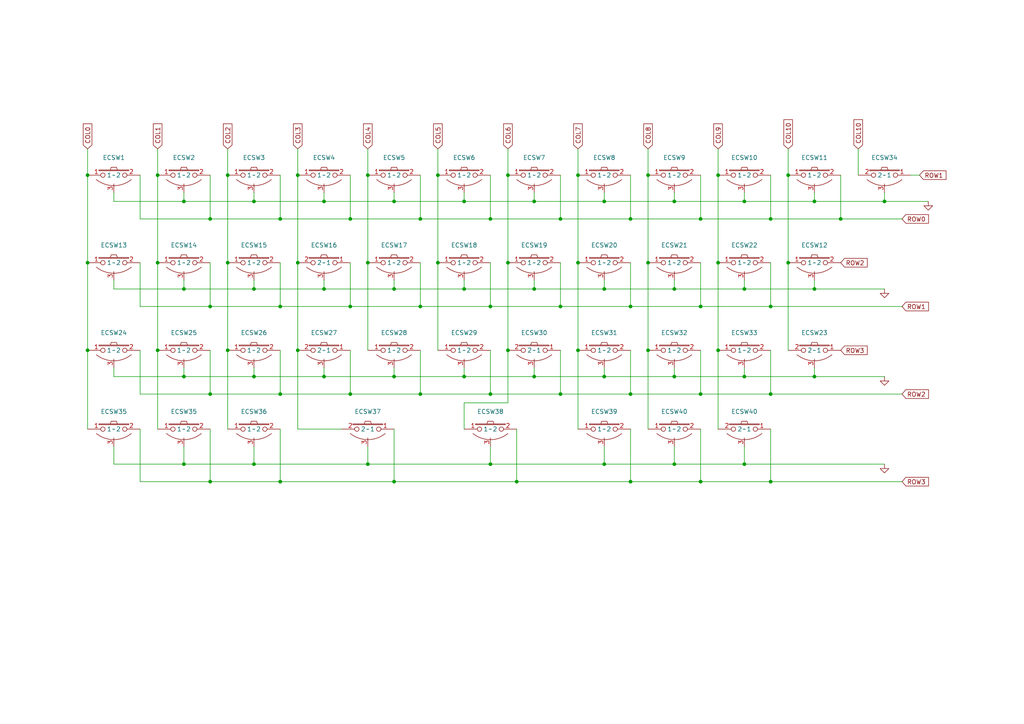
<source format=kicad_sch>
(kicad_sch (version 20230121) (generator eeschema)
  (paper "A4")
  (lib_symbols
    (symbol "capacitive_sensors:EC_switch"
      (property "Reference" "ECSW" (at 0 3.81 0))
      (symbol "EC_switch_0_1"
        (arc (start -5.08 -1.27) (mid 0 -3.052) (end 5.08 -1.27))
        (rectangle (start -4.318 1.27) (end 4.318 1.524))
        (polyline (pts (xy -1.016 1.524) (xy -0.762 2.286) (xy 0.762 2.286) (xy 1.016 1.524)))
      )
      (symbol "EC_switch_1_1"
        (pin passive inverted (at -7.62 0 0) (length 5.08) (name "1") (number "1"))
        (pin passive inverted (at 7.62 0 180) (length 5.08) (name "2") (number "2"))
        (pin passive line (at 0 -5.08 90) (length 2.54) (name "") (number "3"))
      )
    )
    (symbol "power:GND" (power) (pin_names (offset 0))
      (property "Value" "GND" (at 0 -3.81 0))
      (symbol "GND_0_1"
        (polyline (pts (xy 0 0) (xy 0 -1.27) (xy 1.27 -1.27) (xy 0 -2.54) (xy -1.27 -1.27) (xy 0 -1.27)))
      )
      (symbol "GND_1_1"
        (pin power_in line (at 0 0 270) (length 0) hide (name "GND") (number "1"))
      )
    )
  )
  (junction (at 154.94 109.22))
  (junction (at 203.2 139.7))
  (junction (at 195.58 83.82))
  (junction (at 127 76.2))
  (junction (at 73.66 58.42))
  (junction (at 134.62 109.22))
  (junction (at 121.92 114.3))
  (junction (at 53.34 83.82))
  (junction (at 53.34 134.62))
  (junction (at 208.28 76.2))
  (junction (at 203.2 114.3))
  (junction (at 60.96 139.7))
  (junction (at 243.84 63.5))
  (junction (at 66.04 76.2))
  (junction (at 142.24 134.62))
  (junction (at 86.36 101.6))
  (junction (at 114.3 109.22))
  (junction (at 167.64 101.6))
  (junction (at 208.28 101.6))
  (junction (at 223.52 63.5))
  (junction (at 228.6 76.2))
  (junction (at 236.22 83.82))
  (junction (at 195.58 109.22))
  (junction (at 223.52 88.9))
  (junction (at 236.22 58.42))
  (junction (at 195.58 134.62))
  (junction (at 147.32 101.6))
  (junction (at 187.96 50.8))
  (junction (at 73.66 109.22))
  (junction (at 25.4 50.8))
  (junction (at 101.6 114.3))
  (junction (at 154.94 58.42))
  (junction (at 93.98 109.22))
  (junction (at 114.3 83.82))
  (junction (at 167.64 76.2))
  (junction (at 81.28 139.7))
  (junction (at 203.2 63.5))
  (junction (at 66.04 101.6))
  (junction (at 60.96 114.3))
  (junction (at 167.64 50.8))
  (junction (at 121.92 88.9))
  (junction (at 147.32 50.8))
  (junction (at 175.26 109.22))
  (junction (at 114.3 58.42))
  (junction (at 81.28 114.3))
  (junction (at 195.58 58.42))
  (junction (at 203.2 88.9))
  (junction (at 101.6 63.5))
  (junction (at 53.34 58.42))
  (junction (at 215.9 83.82))
  (junction (at 215.9 134.62))
  (junction (at 223.52 114.3))
  (junction (at 208.28 50.8))
  (junction (at 142.24 88.9))
  (junction (at 45.72 101.6))
  (junction (at 162.56 88.9))
  (junction (at 66.04 50.8))
  (junction (at 223.52 139.7))
  (junction (at 256.54 58.42))
  (junction (at 106.68 50.8))
  (junction (at 175.26 58.42))
  (junction (at 45.72 76.2))
  (junction (at 134.62 83.82))
  (junction (at 187.96 76.2))
  (junction (at 81.28 63.5))
  (junction (at 121.92 63.5))
  (junction (at 25.4 76.2))
  (junction (at 114.3 139.7))
  (junction (at 60.96 63.5))
  (junction (at 149.86 139.7))
  (junction (at 142.24 63.5))
  (junction (at 81.28 88.9))
  (junction (at 182.88 139.7))
  (junction (at 127 50.8))
  (junction (at 175.26 134.62))
  (junction (at 86.36 76.2))
  (junction (at 93.98 58.42))
  (junction (at 162.56 63.5))
  (junction (at 45.72 50.8))
  (junction (at 106.68 76.2))
  (junction (at 93.98 83.82))
  (junction (at 73.66 134.62))
  (junction (at 215.9 58.42))
  (junction (at 228.6 50.8))
  (junction (at 236.22 109.22))
  (junction (at 182.88 63.5))
  (junction (at 53.34 109.22))
  (junction (at 187.96 101.6))
  (junction (at 182.88 114.3))
  (junction (at 175.26 83.82))
  (junction (at 134.62 58.42))
  (junction (at 60.96 88.9))
  (junction (at 154.94 83.82))
  (junction (at 101.6 88.9))
  (junction (at 86.36 50.8))
  (junction (at 142.24 114.3))
  (junction (at 215.9 109.22))
  (junction (at 73.66 83.82))
  (junction (at 182.88 88.9))
  (junction (at 162.56 114.3))
  (junction (at 25.4 101.6))
  (junction (at 147.32 76.2))
  (junction (at 106.68 134.62))
  (wire (pts (xy 106.68 129.54) (xy 106.68 134.62)))
  (wire (pts (xy 106.68 134.62) (xy 142.24 134.62)))
  (wire (pts (xy 187.96 50.8) (xy 187.96 76.2)))
  (wire (pts (xy 73.66 134.62) (xy 106.68 134.62)))
  (wire (pts (xy 81.28 50.8) (xy 81.28 63.5)))
  (wire (pts (xy 93.98 83.82) (xy 114.3 83.82)))
  (wire (pts (xy 33.02 129.54) (xy 33.02 134.62)))
  (wire (pts (xy 195.58 81.28) (xy 195.58 83.82)))
  (wire (pts (xy 175.26 58.42) (xy 195.58 58.42)))
  (wire (pts (xy 195.58 106.68) (xy 195.58 109.22)))
  (wire (pts (xy 45.72 101.6) (xy 45.72 124.46)))
  (wire (pts (xy 60.96 101.6) (xy 60.96 114.3)))
  (wire (pts (xy 73.66 58.42) (xy 93.98 58.42)))
  (wire (pts (xy 25.4 50.8) (xy 25.4 76.2)))
  (wire (pts (xy 81.28 124.46) (xy 81.28 139.7)))
  (wire (pts (xy 60.96 76.2) (xy 60.96 88.9)))
  (wire (pts (xy 182.88 124.46) (xy 182.88 139.7)))
  (wire (pts (xy 114.3 139.7) (xy 149.86 139.7)))
  (wire (pts (xy 175.26 83.82) (xy 195.58 83.82)))
  (wire (pts (xy 86.36 43.18) (xy 86.36 50.8)))
  (wire (pts (xy 223.52 124.46) (xy 223.52 139.7)))
  (wire (pts (xy 162.56 101.6) (xy 162.56 114.3)))
  (wire (pts (xy 121.92 63.5) (xy 142.24 63.5)))
  (wire (pts (xy 45.72 43.18) (xy 45.72 50.8)))
  (wire (pts (xy 25.4 76.2) (xy 25.4 101.6)))
  (wire (pts (xy 162.56 63.5) (xy 182.88 63.5)))
  (wire (pts (xy 40.64 50.8) (xy 40.64 63.5)))
  (wire (pts (xy 208.28 43.18) (xy 208.28 50.8)))
  (wire (pts (xy 45.72 50.8) (xy 45.72 76.2)))
  (wire (pts (xy 121.92 101.6) (xy 121.92 114.3)))
  (wire (pts (xy 154.94 58.42) (xy 175.26 58.42)))
  (wire (pts (xy 53.34 58.42) (xy 73.66 58.42)))
  (wire (pts (xy 127 50.8) (xy 127 76.2)))
  (wire (pts (xy 134.62 58.42) (xy 154.94 58.42)))
  (wire (pts (xy 208.28 101.6) (xy 208.28 124.46)))
  (wire (pts (xy 182.88 114.3) (xy 203.2 114.3)))
  (wire (pts (xy 195.58 83.82) (xy 215.9 83.82)))
  (wire (pts (xy 93.98 58.42) (xy 114.3 58.42)))
  (wire (pts (xy 66.04 76.2) (xy 66.04 101.6)))
  (wire (pts (xy 175.26 55.88) (xy 175.26 58.42)))
  (wire (pts (xy 147.32 43.18) (xy 147.32 50.8)))
  (wire (pts (xy 60.96 139.7) (xy 81.28 139.7)))
  (wire (pts (xy 53.34 81.28) (xy 53.34 83.82)))
  (wire (pts (xy 154.94 106.68) (xy 154.94 109.22)))
  (wire (pts (xy 187.96 76.2) (xy 187.96 101.6)))
  (wire (pts (xy 175.26 106.68) (xy 175.26 109.22)))
  (wire (pts (xy 106.68 50.8) (xy 106.68 76.2)))
  (wire (pts (xy 187.96 101.6) (xy 187.96 124.46)))
  (wire (pts (xy 215.9 129.54) (xy 215.9 134.62)))
  (wire (pts (xy 40.64 139.7) (xy 60.96 139.7)))
  (wire (pts (xy 215.9 83.82) (xy 236.22 83.82)))
  (wire (pts (xy 187.96 43.18) (xy 187.96 50.8)))
  (wire (pts (xy 134.62 109.22) (xy 154.94 109.22)))
  (wire (pts (xy 93.98 55.88) (xy 93.98 58.42)))
  (wire (pts (xy 73.66 106.68) (xy 73.66 109.22)))
  (wire (pts (xy 142.24 134.62) (xy 175.26 134.62)))
  (wire (pts (xy 33.02 109.22) (xy 53.34 109.22)))
  (wire (pts (xy 154.94 55.88) (xy 154.94 58.42)))
  (wire (pts (xy 162.56 88.9) (xy 182.88 88.9)))
  (wire (pts (xy 93.98 81.28) (xy 93.98 83.82)))
  (wire (pts (xy 208.28 76.2) (xy 208.28 101.6)))
  (wire (pts (xy 81.28 88.9) (xy 101.6 88.9)))
  (wire (pts (xy 236.22 58.42) (xy 256.54 58.42)))
  (wire (pts (xy 195.58 129.54) (xy 195.58 134.62)))
  (wire (pts (xy 86.36 50.8) (xy 86.36 76.2)))
  (wire (pts (xy 93.98 106.68) (xy 93.98 109.22)))
  (wire (pts (xy 134.62 116.84) (xy 147.32 116.84)))
  (wire (pts (xy 33.02 134.62) (xy 53.34 134.62)))
  (wire (pts (xy 243.84 50.8) (xy 243.84 63.5)))
  (wire (pts (xy 142.24 76.2) (xy 142.24 88.9)))
  (wire (pts (xy 33.02 81.28) (xy 33.02 83.82)))
  (wire (pts (xy 147.32 76.2) (xy 147.32 101.6)))
  (wire (pts (xy 142.24 88.9) (xy 162.56 88.9)))
  (wire (pts (xy 53.34 106.68) (xy 53.34 109.22)))
  (wire (pts (xy 66.04 43.18) (xy 66.04 50.8)))
  (wire (pts (xy 81.28 114.3) (xy 101.6 114.3)))
  (wire (pts (xy 167.64 43.18) (xy 167.64 50.8)))
  (wire (pts (xy 81.28 63.5) (xy 101.6 63.5)))
  (wire (pts (xy 182.88 50.8) (xy 182.88 63.5)))
  (wire (pts (xy 228.6 50.8) (xy 228.6 76.2)))
  (wire (pts (xy 121.92 50.8) (xy 121.92 63.5)))
  (wire (pts (xy 81.28 139.7) (xy 114.3 139.7)))
  (wire (pts (xy 142.24 50.8) (xy 142.24 63.5)))
  (wire (pts (xy 215.9 109.22) (xy 236.22 109.22)))
  (wire (pts (xy 101.6 114.3) (xy 121.92 114.3)))
  (wire (pts (xy 264.16 50.8) (xy 266.7 50.8)))
  (wire (pts (xy 223.52 114.3) (xy 261.62 114.3)))
  (wire (pts (xy 60.96 50.8) (xy 60.96 63.5)))
  (wire (pts (xy 154.94 83.82) (xy 175.26 83.82)))
  (wire (pts (xy 60.96 124.46) (xy 60.96 139.7)))
  (wire (pts (xy 73.66 83.82) (xy 93.98 83.82)))
  (wire (pts (xy 195.58 109.22) (xy 215.9 109.22)))
  (wire (pts (xy 228.6 43.18) (xy 228.6 50.8)))
  (wire (pts (xy 60.96 88.9) (xy 81.28 88.9)))
  (wire (pts (xy 114.3 81.28) (xy 114.3 83.82)))
  (wire (pts (xy 114.3 83.82) (xy 134.62 83.82)))
  (wire (pts (xy 114.3 109.22) (xy 134.62 109.22)))
  (wire (pts (xy 142.24 63.5) (xy 162.56 63.5)))
  (wire (pts (xy 182.88 76.2) (xy 182.88 88.9)))
  (wire (pts (xy 86.36 124.46) (xy 86.36 101.6)))
  (wire (pts (xy 127 43.18) (xy 127 50.8)))
  (wire (pts (xy 134.62 55.88) (xy 134.62 58.42)))
  (wire (pts (xy 40.64 101.6) (xy 40.64 114.3)))
  (wire (pts (xy 101.6 50.8) (xy 101.6 63.5)))
  (wire (pts (xy 256.54 58.42) (xy 269.24 58.42)))
  (wire (pts (xy 114.3 55.88) (xy 114.3 58.42)))
  (wire (pts (xy 215.9 55.88) (xy 215.9 58.42)))
  (wire (pts (xy 114.3 124.46) (xy 114.3 139.7)))
  (wire (pts (xy 248.92 43.18) (xy 248.92 50.8)))
  (wire (pts (xy 203.2 88.9) (xy 223.52 88.9)))
  (wire (pts (xy 40.64 114.3) (xy 60.96 114.3)))
  (wire (pts (xy 121.92 114.3) (xy 142.24 114.3)))
  (wire (pts (xy 182.88 101.6) (xy 182.88 114.3)))
  (wire (pts (xy 142.24 101.6) (xy 142.24 114.3)))
  (wire (pts (xy 203.2 50.8) (xy 203.2 63.5)))
  (wire (pts (xy 40.64 63.5) (xy 60.96 63.5)))
  (wire (pts (xy 60.96 63.5) (xy 81.28 63.5)))
  (wire (pts (xy 236.22 109.22) (xy 256.54 109.22)))
  (wire (pts (xy 182.88 139.7) (xy 203.2 139.7)))
  (wire (pts (xy 223.52 63.5) (xy 243.84 63.5)))
  (wire (pts (xy 86.36 76.2) (xy 86.36 101.6)))
  (wire (pts (xy 101.6 76.2) (xy 101.6 88.9)))
  (wire (pts (xy 93.98 109.22) (xy 114.3 109.22)))
  (wire (pts (xy 162.56 114.3) (xy 182.88 114.3)))
  (wire (pts (xy 223.52 101.6) (xy 223.52 114.3)))
  (wire (pts (xy 66.04 101.6) (xy 66.04 124.46)))
  (wire (pts (xy 203.2 63.5) (xy 223.52 63.5)))
  (wire (pts (xy 33.02 58.42) (xy 53.34 58.42)))
  (wire (pts (xy 66.04 50.8) (xy 66.04 76.2)))
  (wire (pts (xy 40.64 124.46) (xy 40.64 139.7)))
  (wire (pts (xy 142.24 114.3) (xy 162.56 114.3)))
  (wire (pts (xy 81.28 76.2) (xy 81.28 88.9)))
  (wire (pts (xy 203.2 76.2) (xy 203.2 88.9)))
  (wire (pts (xy 167.64 76.2) (xy 167.64 101.6)))
  (wire (pts (xy 236.22 83.82) (xy 256.54 83.82)))
  (wire (pts (xy 53.34 129.54) (xy 53.34 134.62)))
  (wire (pts (xy 223.52 50.8) (xy 223.52 63.5)))
  (wire (pts (xy 236.22 81.28) (xy 236.22 83.82)))
  (wire (pts (xy 73.66 109.22) (xy 93.98 109.22)))
  (wire (pts (xy 73.66 55.88) (xy 73.66 58.42)))
  (wire (pts (xy 106.68 76.2) (xy 106.68 101.6)))
  (wire (pts (xy 142.24 129.54) (xy 142.24 134.62)))
  (wire (pts (xy 167.64 101.6) (xy 167.64 124.46)))
  (wire (pts (xy 99.06 124.46) (xy 86.36 124.46)))
  (wire (pts (xy 203.2 124.46) (xy 203.2 139.7)))
  (wire (pts (xy 243.84 63.5) (xy 261.62 63.5)))
  (wire (pts (xy 101.6 101.6) (xy 101.6 114.3)))
  (wire (pts (xy 134.62 106.68) (xy 134.62 109.22)))
  (wire (pts (xy 149.86 124.46) (xy 149.86 139.7)))
  (wire (pts (xy 215.9 81.28) (xy 215.9 83.82)))
  (wire (pts (xy 121.92 76.2) (xy 121.92 88.9)))
  (wire (pts (xy 33.02 83.82) (xy 53.34 83.82)))
  (wire (pts (xy 33.02 55.88) (xy 33.02 58.42)))
  (wire (pts (xy 81.28 101.6) (xy 81.28 114.3)))
  (wire (pts (xy 228.6 76.2) (xy 228.6 101.6)))
  (wire (pts (xy 208.28 50.8) (xy 208.28 76.2)))
  (wire (pts (xy 114.3 106.68) (xy 114.3 109.22)))
  (wire (pts (xy 53.34 83.82) (xy 73.66 83.82)))
  (wire (pts (xy 147.32 50.8) (xy 147.32 76.2)))
  (wire (pts (xy 236.22 55.88) (xy 236.22 58.42)))
  (wire (pts (xy 53.34 55.88) (xy 53.34 58.42)))
  (wire (pts (xy 203.2 101.6) (xy 203.2 114.3)))
  (wire (pts (xy 73.66 129.54) (xy 73.66 134.62)))
  (wire (pts (xy 40.64 76.2) (xy 40.64 88.9)))
  (wire (pts (xy 175.26 81.28) (xy 175.26 83.82)))
  (wire (pts (xy 134.62 116.84) (xy 134.62 124.46)))
  (wire (pts (xy 106.68 43.18) (xy 106.68 50.8)))
  (wire (pts (xy 147.32 116.84) (xy 147.32 101.6)))
  (wire (pts (xy 114.3 58.42) (xy 134.62 58.42)))
  (wire (pts (xy 127 76.2) (xy 127 101.6)))
  (wire (pts (xy 195.58 55.88) (xy 195.58 58.42)))
  (wire (pts (xy 223.52 88.9) (xy 261.62 88.9)))
  (wire (pts (xy 175.26 129.54) (xy 175.26 134.62)))
  (wire (pts (xy 149.86 139.7) (xy 182.88 139.7)))
  (wire (pts (xy 53.34 134.62) (xy 73.66 134.62)))
  (wire (pts (xy 101.6 63.5) (xy 121.92 63.5)))
  (wire (pts (xy 73.66 81.28) (xy 73.66 83.82)))
  (wire (pts (xy 101.6 88.9) (xy 121.92 88.9)))
  (wire (pts (xy 162.56 76.2) (xy 162.56 88.9)))
  (wire (pts (xy 154.94 81.28) (xy 154.94 83.82)))
  (wire (pts (xy 203.2 139.7) (xy 223.52 139.7)))
  (wire (pts (xy 223.52 76.2) (xy 223.52 88.9)))
  (wire (pts (xy 182.88 63.5) (xy 203.2 63.5)))
  (wire (pts (xy 175.26 109.22) (xy 195.58 109.22)))
  (wire (pts (xy 195.58 134.62) (xy 215.9 134.62)))
  (wire (pts (xy 154.94 109.22) (xy 175.26 109.22)))
  (wire (pts (xy 182.88 88.9) (xy 203.2 88.9)))
  (wire (pts (xy 25.4 101.6) (xy 25.4 124.46)))
  (wire (pts (xy 215.9 134.62) (xy 256.54 134.62)))
  (wire (pts (xy 215.9 106.68) (xy 215.9 109.22)))
  (wire (pts (xy 40.64 88.9) (xy 60.96 88.9)))
  (wire (pts (xy 53.34 109.22) (xy 73.66 109.22)))
  (wire (pts (xy 134.62 83.82) (xy 154.94 83.82)))
  (wire (pts (xy 175.26 134.62) (xy 195.58 134.62)))
  (wire (pts (xy 33.02 106.68) (xy 33.02 109.22)))
  (wire (pts (xy 134.62 81.28) (xy 134.62 83.82)))
  (wire (pts (xy 256.54 58.42) (xy 256.54 55.88)))
  (wire (pts (xy 167.64 50.8) (xy 167.64 76.2)))
  (wire (pts (xy 195.58 58.42) (xy 215.9 58.42)))
  (wire (pts (xy 162.56 50.8) (xy 162.56 63.5)))
  (wire (pts (xy 121.92 88.9) (xy 142.24 88.9)))
  (wire (pts (xy 215.9 58.42) (xy 236.22 58.42)))
  (wire (pts (xy 203.2 114.3) (xy 223.52 114.3)))
  (wire (pts (xy 45.72 76.2) (xy 45.72 101.6)))
  (wire (pts (xy 25.4 43.18) (xy 25.4 50.8)))
  (wire (pts (xy 60.96 114.3) (xy 81.28 114.3)))
  (wire (pts (xy 236.22 106.68) (xy 236.22 109.22)))
  (wire (pts (xy 223.52 139.7) (xy 261.62 139.7)))
  (global_label "ROW2" (shape input) (at 261.62 114.3 0) (property "Intersheetrefs" "${INTERSHEET_REFS}" (effects hide)))
  (global_label "COL1" (shape input) (at 45.72 43.18 90) (property "Intersheetrefs" "${INTERSHEET_REFS}" (effects hide)))
  (global_label "COL10" (shape input) (at 228.6 43.18 90) (property "Intersheetrefs" "${INTERSHEET_REFS}" (effects hide)))
  (global_label "COL8" (shape input) (at 187.96 43.18 90) (property "Intersheetrefs" "${INTERSHEET_REFS}" (effects hide)))
  (global_label "ROW3" (shape input) (at 243.84 101.6 0) (property "Intersheetrefs" "${INTERSHEET_REFS}" (effects hide)))
  (global_label "COL3" (shape input) (at 86.36 43.18 90) (property "Intersheetrefs" "${INTERSHEET_REFS}" (effects hide)))
  (global_label "ROW2" (shape input) (at 243.84 76.2 0) (property "Intersheetrefs" "${INTERSHEET_REFS}" (effects hide)))
  (global_label "ROW3" (shape input) (at 261.62 139.7 0) (property "Intersheetrefs" "${INTERSHEET_REFS}" (effects hide)))
  (global_label "COL5" (shape input) (at 127 43.18 90) (property "Intersheetrefs" "${INTERSHEET_REFS}" (effects hide)))
  (global_label "ROW1" (shape input) (at 266.7 50.8 0) (property "Intersheetrefs" "${INTERSHEET_REFS}" (effects hide)))
  (global_label "COL7" (shape input) (at 167.64 43.18 90) (property "Intersheetrefs" "${INTERSHEET_REFS}" (effects hide)))
  (global_label "ROW1" (shape input) (at 261.62 88.9 0) (property "Intersheetrefs" "${INTERSHEET_REFS}" (effects hide)))
  (global_label "ROW0" (shape input) (at 261.62 63.5 0) (property "Intersheetrefs" "${INTERSHEET_REFS}" (effects hide)))
  (global_label "COL10" (shape input) (at 248.92 43.18 90) (property "Intersheetrefs" "${INTERSHEET_REFS}" (effects hide)))
  (global_label "COL0" (shape input) (at 25.4 43.18 90) (property "Intersheetrefs" "${INTERSHEET_REFS}" (effects hide)))
  (global_label "COL6" (shape input) (at 147.32 43.18 90) (property "Intersheetrefs" "${INTERSHEET_REFS}" (effects hide)))
  (global_label "COL9" (shape input) (at 208.28 43.18 90) (property "Intersheetrefs" "${INTERSHEET_REFS}" (effects hide)))
  (global_label "COL2" (shape input) (at 66.04 43.18 90) (property "Intersheetrefs" "${INTERSHEET_REFS}" (effects hide)))
  (global_label "COL4" (shape input) (at 106.68 43.18 90) (property "Intersheetrefs" "${INTERSHEET_REFS}" (effects hide)))
  (symbol (lib_id "capacitive_sensors:EC_switch") (at 114.3 101.6 0) (unit 1)
    (property "Reference" "ECSW28" (at 114.3 96.52 0))
    (property "Value" "~" (at 114.3 101.6 0))
    (property "Footprint" "capacitive_sensors:capy_pad_1U" (effects hide))
  )
  (symbol (lib_id "capacitive_sensors:EC_switch") (at 215.9 76.2 0) (unit 1)
    (property "Reference" "ECSW22" (at 215.9 71.12 0))
    (property "Value" "~" (at 215.9 76.2 0))
    (property "Footprint" "capacitive_sensors:capy_pad_1U" (effects hide))
  )
  (symbol (lib_id "capacitive_sensors:EC_switch") (at 215.9 50.8 0) (unit 1)
    (property "Reference" "ECSW10" (at 215.9 45.72 0))
    (property "Value" "~" (at 215.9 50.8 0))
    (property "Footprint" "capacitive_sensors:capy_pad_1U" (effects hide))
  )
  (symbol (lib_id "capacitive_sensors:EC_switch") (at 175.26 124.46 0) (unit 1)
    (property "Reference" "ECSW39" (at 175.26 119.38 0))
    (property "Value" "~" (at 175.26 124.46 0))
    (property "Footprint" "capacitive_sensors:ecs_pad_combo_0.125u_offset" (effects hide))
    (instances (project "coulomb42" (path "" (reference "ECSW39") (unit 1)) (path "" (reference "ECSW40") (unit 1))))
  )
  (symbol (lib_id "capacitive_sensors:EC_switch") (at 134.62 76.2 0) (unit 1)
    (property "Reference" "ECSW18" (at 134.62 71.12 0))
    (property "Value" "~" (at 134.62 76.2 0))
    (property "Footprint" "capacitive_sensors:capy_pad_1U" (effects hide))
  )
  (symbol (lib_id "capacitive_sensors:EC_switch") (at 195.58 101.6 0) (unit 1)
    (property "Reference" "ECSW32" (at 195.58 96.52 0))
    (property "Value" "~" (at 195.58 101.6 0))
    (property "Footprint" "capacitive_sensors:capy_pad_1U" (effects hide))
  )
  (symbol (lib_id "capacitive_sensors:EC_switch") (at 215.9 124.46 0) (mirror y) (unit 1)
    (property "Reference" "ECSW40" (at 215.9 119.38 0))
    (property "Value" "~" (at 215.9 124.46 0))
    (property "Footprint" "capacitive_sensors:capy_pad_1U" (effects hide))
    (instances (project "coulomb42" (path "" (reference "ECSW40") (unit 1)) (path "" (reference "ECSW42") (unit 1))))
  )
  (symbol (lib_id "capacitive_sensors:EC_switch") (at 53.34 50.8 0) (unit 1)
    (property "Reference" "ECSW2" (at 53.34 45.72 0))
    (property "Value" "~" (at 53.34 50.8 0))
    (property "Footprint" "capacitive_sensors:capy_pad_1U" (effects hide))
  )
  (symbol (lib_id "capacitive_sensors:EC_switch") (at 73.66 76.2 0) (unit 1)
    (property "Reference" "ECSW15" (at 73.66 71.12 0))
    (property "Value" "~" (at 73.66 76.2 0))
    (property "Footprint" "capacitive_sensors:capy_pad_1U" (effects hide))
  )
  (symbol (lib_id "capacitive_sensors:EC_switch") (at 73.66 101.6 0) (unit 1)
    (property "Reference" "ECSW26" (at 73.66 96.52 0))
    (property "Value" "~" (at 73.66 101.6 0))
    (property "Footprint" "capacitive_sensors:capy_pad_1U" (effects hide))
  )
  (symbol (lib_id "power:GND") (at 256.54 109.22 0) (unit 1)
    (property "Reference" "#PWR02" (effects hide))
    (property "Value" "GND" (effects hide))
    (instances (project "coulomb42" (path "" (reference "#PWR02") (unit 1)) (path "" (reference "#PWR03") (unit 1))))
  )
  (symbol (lib_id "capacitive_sensors:EC_switch") (at 106.68 124.46 0) (mirror y) (unit 1)
    (property "Reference" "ECSW37" (at 106.68 119.38 0))
    (property "Value" "~" (at 106.68 124.46 0))
    (property "Footprint" "capacitive_sensors:capy_pad_2U" (effects hide))
    (instances (project "coulomb42" (path "" (reference "ECSW37") (unit 1)) (path "" (reference "ECSW38") (unit 1))))
  )
  (symbol (lib_id "capacitive_sensors:EC_switch") (at 73.66 50.8 0) (unit 1)
    (property "Reference" "ECSW3" (at 73.66 45.72 0))
    (property "Value" "~" (at 73.66 50.8 0))
    (property "Footprint" "capacitive_sensors:capy_pad_1U" (effects hide))
  )
  (symbol (lib_id "power:GND") (at 256.54 83.82 0) (unit 1)
    (property "Reference" "#PWR01" (effects hide))
    (property "Value" "GND" (effects hide))
    (instances (project "coulomb42" (path "" (reference "#PWR01") (unit 1)) (path "" (reference "#PWR02") (unit 1))))
  )
  (symbol (lib_id "capacitive_sensors:EC_switch") (at 236.22 50.8 0) (unit 1)
    (property "Reference" "ECSW11" (at 236.22 45.72 0))
    (property "Value" "~" (at 236.22 50.8 0))
    (property "Footprint" "capacitive_sensors:capy_pad_1U" (effects hide))
  )
  (symbol (lib_id "capacitive_sensors:EC_switch") (at 142.24 124.46 0) (unit 1)
    (property "Reference" "ECSW38" (at 142.24 119.38 0))
    (property "Value" "~" (at 142.24 124.46 0))
    (property "Footprint" "capacitive_sensors:capy_pad_2U" (effects hide))
    (instances (project "coulomb42" (path "" (reference "ECSW38") (unit 1)) (path "" (reference "ECSW39") (unit 1))))
  )
  (symbol (lib_id "capacitive_sensors:EC_switch") (at 195.58 50.8 0) (unit 1)
    (property "Reference" "ECSW9" (at 195.58 45.72 0))
    (property "Value" "~" (at 195.58 50.8 0))
    (property "Footprint" "capacitive_sensors:capy_pad_1U" (effects hide))
  )
  (symbol (lib_id "capacitive_sensors:EC_switch") (at 154.94 76.2 0) (unit 1)
    (property "Reference" "ECSW19" (at 154.94 71.12 0))
    (property "Value" "~" (at 154.94 76.2 0))
    (property "Footprint" "capacitive_sensors:capy_pad_1U" (effects hide))
  )
  (symbol (lib_id "capacitive_sensors:EC_switch") (at 195.58 76.2 0) (unit 1)
    (property "Reference" "ECSW21" (at 195.58 71.12 0))
    (property "Value" "~" (at 195.58 76.2 0))
    (property "Footprint" "capacitive_sensors:capy_pad_1U" (effects hide))
  )
  (symbol (lib_id "capacitive_sensors:EC_switch") (at 33.02 124.46 0) (unit 1)
    (property "Reference" "ECSW35" (at 33.02 119.38 0))
    (property "Value" "~" (at 33.02 124.46 0))
    (property "Footprint" "capacitive_sensors:capy_pad_1U" (effects hide))
  )
  (symbol (lib_id "capacitive_sensors:EC_switch") (at 236.22 76.2 0) (unit 1)
    (property "Reference" "ECSW12" (at 236.22 71.12 0))
    (property "Value" "~" (at 236.22 76.2 0))
    (property "Footprint" "capacitive_sensors:capy_pad_1U" (effects hide))
    (instances (project "coulomb42" (path "" (reference "ECSW12") (unit 1)) (path "" (reference "ECSW23") (unit 1))))
  )
  (symbol (lib_id "capacitive_sensors:EC_switch") (at 33.02 76.2 0) (unit 1)
    (property "Reference" "ECSW13" (at 33.02 71.12 0))
    (property "Value" "~" (at 33.02 76.2 0))
    (property "Footprint" "capacitive_sensors:capy_pad_1U" (effects hide))
  )
  (symbol (lib_id "capacitive_sensors:EC_switch") (at 175.26 76.2 0) (unit 1)
    (property "Reference" "ECSW20" (at 175.26 71.12 0))
    (property "Value" "~" (at 175.26 76.2 0))
    (property "Footprint" "capacitive_sensors:capy_pad_1U" (effects hide))
  )
  (symbol (lib_id "power:GND") (at 256.54 134.62 0) (unit 1)
    (property "Reference" "#PWR04" (effects hide))
    (property "Value" "GND" (effects hide))
  )
  (symbol (lib_id "capacitive_sensors:EC_switch") (at 256.54 50.8 0) (mirror y) (unit 1)
    (property "Reference" "ECSW34" (at 256.54 45.72 0))
    (property "Value" "~" (at 256.54 50.8 0))
    (property "Footprint" "capacitive_sensors:capy_pad_1U" (effects hide))
    (instances (project "coulomb42" (path "" (reference "ECSW34") (unit 1)) (path "" (reference "ECSW12") (unit 1))))
  )
  (symbol (lib_id "capacitive_sensors:EC_switch") (at 215.9 101.6 0) (unit 1)
    (property "Reference" "ECSW33" (at 215.9 96.52 0))
    (property "Value" "~" (at 215.9 101.6 0))
    (property "Footprint" "capacitive_sensors:capy_pad_1U" (effects hide))
  )
  (symbol (lib_id "capacitive_sensors:EC_switch") (at 154.94 50.8 0) (unit 1)
    (property "Reference" "ECSW7" (at 154.94 45.72 0))
    (property "Value" "~" (at 154.94 50.8 0))
    (property "Footprint" "capacitive_sensors:capy_pad_1U" (effects hide))
  )
  (symbol (lib_id "capacitive_sensors:EC_switch") (at 114.3 76.2 0) (unit 1)
    (property "Reference" "ECSW17" (at 114.3 71.12 0))
    (property "Value" "~" (at 114.3 76.2 0))
    (property "Footprint" "capacitive_sensors:capy_pad_1U" (effects hide))
  )
  (symbol (lib_id "capacitive_sensors:EC_switch") (at 175.26 50.8 0) (unit 1)
    (property "Reference" "ECSW8" (at 175.26 45.72 0))
    (property "Value" "~" (at 175.26 50.8 0))
    (property "Footprint" "capacitive_sensors:capy_pad_1U" (effects hide))
  )
  (symbol (lib_id "capacitive_sensors:EC_switch") (at 154.94 101.6 0) (mirror y) (unit 1)
    (property "Reference" "ECSW30" (at 154.94 96.52 0))
    (property "Value" "~" (at 154.94 101.6 0))
    (property "Footprint" "capacitive_sensors:capy_pad_1U" (effects hide))
  )
  (symbol (lib_id "capacitive_sensors:EC_switch") (at 93.98 101.6 0) (mirror y) (unit 1)
    (property "Reference" "ECSW27" (at 93.98 96.52 0))
    (property "Value" "~" (at 93.98 101.6 0))
    (property "Footprint" "capacitive_sensors:capy_pad_1U" (effects hide))
  )
  (symbol (lib_id "capacitive_sensors:EC_switch") (at 73.66 124.46 0) (unit 1)
    (property "Reference" "ECSW36" (at 73.66 119.38 0))
    (property "Value" "~" (at 73.66 124.46 0))
    (property "Footprint" "capacitive_sensors:ecs_pad_combo_0.125u_offset" (effects hide))
    (instances (project "coulomb42" (path "" (reference "ECSW36") (unit 1)) (path "" (reference "ECSW37") (unit 1))))
  )
  (symbol (lib_id "capacitive_sensors:EC_switch") (at 175.26 101.6 0) (unit 1)
    (property "Reference" "ECSW31" (at 175.26 96.52 0))
    (property "Value" "~" (at 175.26 101.6 0))
    (property "Footprint" "capacitive_sensors:capy_pad_1U" (effects hide))
  )
  (symbol (lib_id "capacitive_sensors:EC_switch") (at 195.58 124.46 0) (unit 1)
    (property "Reference" "ECSW40" (at 195.58 119.38 0))
    (property "Value" "~" (at 195.58 124.46 0))
    (property "Footprint" "capacitive_sensors:ecs_pad_combo_0.125u_offset" (effects hide))
    (instances (project "coulomb42" (path "" (reference "ECSW40") (unit 1)) (path "" (reference "ECSW41") (unit 1))))
  )
  (symbol (lib_id "capacitive_sensors:EC_switch") (at 33.02 101.6 0) (unit 1)
    (property "Reference" "ECSW24" (at 33.02 96.52 0))
    (property "Value" "~" (at 33.02 101.6 0))
    (property "Footprint" "capacitive_sensors:capy_pad_1U" (effects hide))
  )
  (symbol (lib_id "capacitive_sensors:EC_switch") (at 93.98 76.2 0) (mirror y) (unit 1)
    (property "Reference" "ECSW16" (at 93.98 71.12 0))
    (property "Value" "~" (at 93.98 76.2 0))
    (property "Footprint" "capacitive_sensors:capy_pad_1U" (effects hide))
  )
  (symbol (lib_id "capacitive_sensors:EC_switch") (at 53.34 124.46 0) (unit 1)
    (property "Reference" "ECSW35" (at 53.34 119.38 0))
    (property "Value" "~" (at 53.34 124.46 0))
    (property "Footprint" "capacitive_sensors:ecs_pad_combo_0.125u_offset" (effects hide))
    (instances (project "coulomb42" (path "" (reference "ECSW35") (unit 1)) (path "" (reference "ECSW36") (unit 1))))
  )
  (symbol (lib_id "capacitive_sensors:EC_switch") (at 236.22 101.6 0) (mirror y) (unit 1)
    (property "Reference" "ECSW23" (at 236.22 96.52 0))
    (property "Value" "~" (at 236.22 101.6 0))
    (property "Footprint" "capacitive_sensors:capy_pad_1U" (effects hide))
    (instances (project "coulomb42" (path "" (reference "ECSW23") (unit 1)) (path "" (reference "ECSW34") (unit 1))))
  )
  (symbol (lib_id "capacitive_sensors:EC_switch") (at 114.3 50.8 0) (unit 1)
    (property "Reference" "ECSW5" (at 114.3 45.72 0))
    (property "Value" "~" (at 114.3 50.8 0))
    (property "Footprint" "capacitive_sensors:capy_pad_1U" (effects hide))
  )
  (symbol (lib_id "capacitive_sensors:EC_switch") (at 53.34 101.6 0) (unit 1)
    (property "Reference" "ECSW25" (at 53.34 96.52 0))
    (property "Value" "~" (at 53.34 101.6 0))
    (property "Footprint" "capacitive_sensors:capy_pad_1U" (effects hide))
  )
  (symbol (lib_id "capacitive_sensors:EC_switch") (at 134.62 50.8 0) (unit 1)
    (property "Reference" "ECSW6" (at 134.62 45.72 0))
    (property "Value" "~" (at 134.62 50.8 0))
    (property "Footprint" "capacitive_sensors:capy_pad_1U" (effects hide))
  )
  (symbol (lib_id "capacitive_sensors:EC_switch") (at 53.34 76.2 0) (unit 1)
    (property "Reference" "ECSW14" (at 53.34 71.12 0))
    (property "Value" "~" (at 53.34 76.2 0))
    (property "Footprint" "capacitive_sensors:capy_pad_1U" (effects hide))
  )
  (symbol (lib_id "power:GND") (at 269.24 58.42 0) (unit 1)
    (property "Reference" "#PWR06" (effects hide))
    (property "Value" "GND" (effects hide))
    (instances (project "coulomb42" (path "" (reference "#PWR06") (unit 1)) (path "" (reference "#PWR01") (unit 1))))
  )
  (symbol (lib_id "capacitive_sensors:EC_switch") (at 134.62 101.6 0) (unit 1)
    (property "Reference" "ECSW29" (at 134.62 96.52 0))
    (property "Value" "~" (at 134.62 101.6 0))
    (property "Footprint" "capacitive_sensors:capy_pad_1U" (effects hide))
  )
  (symbol (lib_id "capacitive_sensors:EC_switch") (at 93.98 50.8 0) (unit 1)
    (property "Reference" "ECSW4" (at 93.98 45.72 0))
    (property "Value" "~" (at 93.98 50.8 0))
    (property "Footprint" "capacitive_sensors:capy_pad_1U" (effects hide))
  )
  (symbol (lib_id "capacitive_sensors:EC_switch") (at 33.02 50.8 0) (unit 1)
    (property "Reference" "ECSW1" (at 33.02 45.72 0))
    (property "Value" "~" (at 33.02 50.8 0))
    (property "Footprint" "capacitive_sensors:capy_pad_1U" (effects hide))
  )
)
</source>
